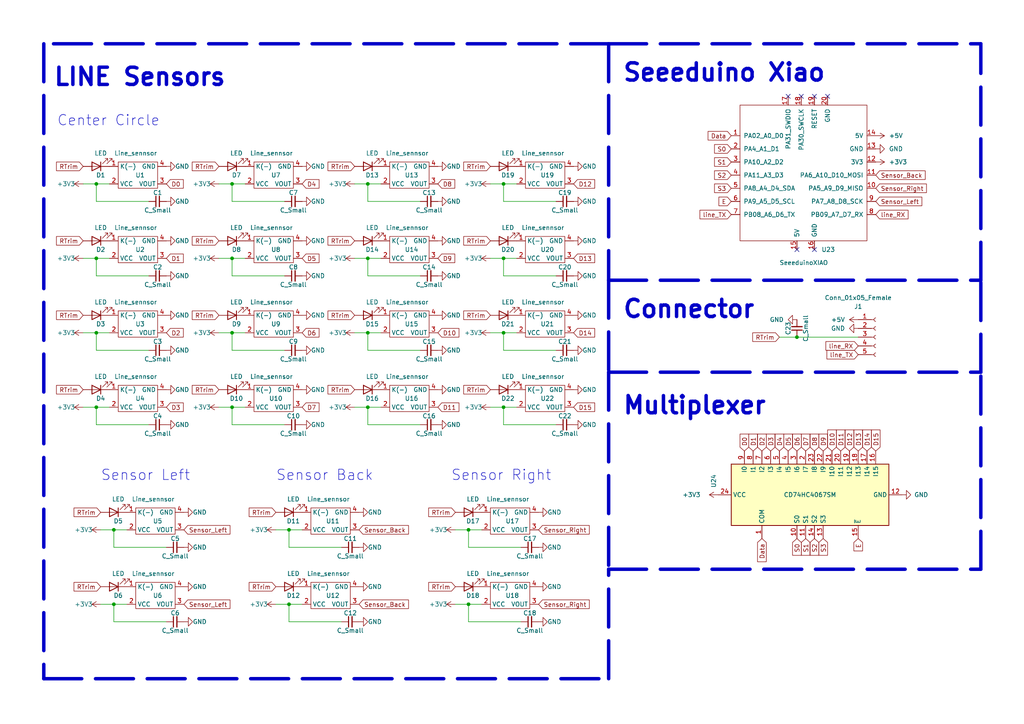
<source format=kicad_sch>
(kicad_sch (version 20211123) (generator eeschema)
  (paper "A4")
  (lib_symbols
    (symbol "74xx:CD74HC4067SM"
      (property "Reference" "U" (at -8.89 22.86 0))
      (property "Value" "CD74HC4067SM" (at 1.27 22.86 0))
      (symbol "CD74HC4067SM_0_1"
        (rectangle (start -8.89 21.59) (end 8.89 -24.13) (stroke (width 0.254)) (fill (type background)))
      )
      (symbol "CD74HC4067SM_1_1"
        (pin passive line (at -12.7 12.7 0) (length 3.81) (name "COM") (number "1"))
        (pin input line (at -12.7 2.54 0) (length 3.81) (name "S0") (number "10"))
        (pin input line (at -12.7 0 0) (length 3.81) (name "S1") (number "11"))
        (pin power_in line (at 0 -27.94 90) (length 3.81) (name "GND") (number "12"))
        (pin input line (at -12.7 -5.08 0) (length 3.81) (name "S3") (number "13"))
        (pin input line (at -12.7 -2.54 0) (length 3.81) (name "S2") (number "14"))
        (pin input line (at -12.7 -15.24 0) (length 3.81) (name "~{E}") (number "15"))
        (pin passive line (at 12.7 -20.32 180) (length 3.81) (name "I15") (number "16"))
        (pin passive line (at 12.7 -17.78 180) (length 3.81) (name "I14") (number "17"))
        (pin passive line (at 12.7 -15.24 180) (length 3.81) (name "I13") (number "18"))
        (pin passive line (at 12.7 -12.7 180) (length 3.81) (name "I12") (number "19"))
        (pin passive line (at 12.7 0 180) (length 3.81) (name "I7") (number "2"))
        (pin passive line (at 12.7 -10.16 180) (length 3.81) (name "I11") (number "20"))
        (pin passive line (at 12.7 -7.62 180) (length 3.81) (name "I10") (number "21"))
        (pin passive line (at 12.7 -5.08 180) (length 3.81) (name "I9") (number "22"))
        (pin passive line (at 12.7 -2.54 180) (length 3.81) (name "I8") (number "23"))
        (pin power_in line (at 0 25.4 270) (length 3.81) (name "VCC") (number "24"))
        (pin passive line (at 12.7 2.54 180) (length 3.81) (name "I6") (number "3"))
        (pin passive line (at 12.7 5.08 180) (length 3.81) (name "I5") (number "4"))
        (pin passive line (at 12.7 7.62 180) (length 3.81) (name "I4") (number "5"))
        (pin passive line (at 12.7 10.16 180) (length 3.81) (name "I3") (number "6"))
        (pin passive line (at 12.7 12.7 180) (length 3.81) (name "I2") (number "7"))
        (pin passive line (at 12.7 15.24 180) (length 3.81) (name "I1") (number "8"))
        (pin passive line (at 12.7 17.78 180) (length 3.81) (name "I0") (number "9"))
      )
    )
    (symbol "Connector:Conn_01x05_Female" (pin_names (offset 1.016) hide)
      (property "Reference" "J" (at 0 7.62 0))
      (property "Value" "Conn_01x05_Female" (at 0 -7.62 0))
      (symbol "Conn_01x05_Female_1_1"
        (arc (start 0 -4.572) (mid -0.508 -5.08) (end 0 -5.588) (stroke (width 0.1524)))
        (arc (start 0 -2.032) (mid -0.508 -2.54) (end 0 -3.048) (stroke (width 0.1524)))
        (polyline (pts (xy -1.27 -5.08) (xy -0.508 -5.08)) (stroke (width 0.1524)))
        (polyline (pts (xy -1.27 -2.54) (xy -0.508 -2.54)) (stroke (width 0.1524)))
        (polyline (pts (xy -1.27 0) (xy -0.508 0)) (stroke (width 0.1524)))
        (polyline (pts (xy -1.27 2.54) (xy -0.508 2.54)) (stroke (width 0.1524)))
        (polyline (pts (xy -1.27 5.08) (xy -0.508 5.08)) (stroke (width 0.1524)))
        (arc (start 0 0.508) (mid -0.508 0) (end 0 -0.508) (stroke (width 0.1524)))
        (arc (start 0 3.048) (mid -0.508 2.54) (end 0 2.032) (stroke (width 0.1524)))
        (arc (start 0 5.588) (mid -0.508 5.08) (end 0 4.572) (stroke (width 0.1524)))
        (pin passive line (at -5.08 5.08 0) (length 3.81) (name "Pin_1") (number "1"))
        (pin passive line (at -5.08 2.54 0) (length 3.81) (name "Pin_2") (number "2"))
        (pin passive line (at -5.08 0 0) (length 3.81) (name "Pin_3") (number "3"))
        (pin passive line (at -5.08 -2.54 0) (length 3.81) (name "Pin_4") (number "4"))
        (pin passive line (at -5.08 -5.08 0) (length 3.81) (name "Pin_5") (number "5"))
      )
    )
    (symbol "Device:C_Small" (pin_numbers hide) (pin_names (offset 0.254) hide)
      (property "Reference" "C" (at 0.254 1.778 0))
      (property "Value" "C_Small" (at 0.254 -2.032 0))
      (symbol "C_Small_0_1"
        (polyline (pts (xy -1.524 -0.508) (xy 1.524 -0.508)) (stroke (width 0.3302)))
        (polyline (pts (xy -1.524 0.508) (xy 1.524 0.508)) (stroke (width 0.3048)))
      )
      (symbol "C_Small_1_1"
        (pin passive line (at 0 2.54 270) (length 2.032) (name "~") (number "1"))
        (pin passive line (at 0 -2.54 90) (length 2.032) (name "~") (number "2"))
      )
    )
    (symbol "Device:LED" (pin_numbers hide) (pin_names (offset 1.016) hide)
      (property "Reference" "D" (at 0 2.54 0))
      (property "Value" "LED" (at 0 -2.54 0))
      (symbol "LED_0_1"
        (polyline (pts (xy -1.27 -1.27) (xy -1.27 1.27)) (stroke (width 0.254)))
        (polyline (pts (xy -1.27 0) (xy 1.27 0)))
        (polyline (pts (xy 1.27 -1.27) (xy 1.27 1.27) (xy -1.27 0) (xy 1.27 -1.27)) (stroke (width 0.254)))
        (polyline (pts (xy -3.048 -0.762) (xy -4.572 -2.286) (xy -3.81 -2.286) (xy -4.572 -2.286) (xy -4.572 -1.524)))
        (polyline (pts (xy -1.778 -0.762) (xy -3.302 -2.286) (xy -2.54 -2.286) (xy -3.302 -2.286) (xy -3.302 -1.524)))
      )
      (symbol "LED_1_1"
        (pin passive line (at -3.81 0 0) (length 2.54) (name "K") (number "1"))
        (pin passive line (at 3.81 0 180) (length 2.54) (name "A") (number "2"))
      )
    )
    (symbol "Line_Sensor:Line_sennsor"
      (property "Reference" "U" (at 0 1.27 0))
      (property "Value" "Line_sennsor" (at 0 0 0))
      (symbol "Line_sennsor_0_1"
        (rectangle (start -6.35 -1.27) (end 5.08 -8.89))
      )
      (symbol "Line_sennsor_1_1"
        (pin bidirectional line (at -8.89 -2.54 0) (length 2.54) (name "K(-)") (number "1"))
        (pin bidirectional line (at -8.89 -7.62 0) (length 2.54) (name "VCC") (number "2"))
        (pin bidirectional line (at 7.62 -7.62 180) (length 2.54) (name "VOUT") (number "3"))
        (pin bidirectional line (at 7.62 -2.54 180) (length 2.54) (name "GND") (number "4"))
      )
    )
    (symbol "Seeeduino XIAO:SeeeduinoXIAO" (pin_names (offset 1.016))
      (property "Reference" "U" (at -19.05 22.86 0))
      (property "Value" "SeeeduinoXIAO" (at -12.7 21.59 0))
      (symbol "SeeeduinoXIAO_0_1"
        (rectangle (start -19.05 20.32) (end 17.78 -19.05))
      )
      (symbol "SeeeduinoXIAO_1_1"
        (pin unspecified line (at -21.59 11.43 0) (length 2.54) (name "PA02_A0_D0") (number "1"))
        (pin unspecified line (at 20.32 -3.81 180) (length 2.54) (name "PA5_A9_D9_MISO") (number "10"))
        (pin unspecified line (at 20.32 0 180) (length 2.54) (name "PA6_A10_D10_MOSI") (number "11"))
        (pin unspecified line (at 20.32 3.81 180) (length 2.54) (name "3V3") (number "12"))
        (pin unspecified line (at 20.32 7.62 180) (length 2.54) (name "GND") (number "13"))
        (pin unspecified line (at 20.32 11.43 180) (length 2.54) (name "5V") (number "14"))
        (pin input line (at -2.54 -21.59 90) (length 2.54) (name "5V") (number "15"))
        (pin input line (at 2.54 -21.59 90) (length 2.54) (name "GND") (number "16"))
        (pin input line (at -5.08 22.86 270) (length 2.54) (name "PA31_SWDIO") (number "17"))
        (pin input line (at -1.27 22.86 270) (length 2.54) (name "PA30_SWCLK") (number "18"))
        (pin input line (at 2.54 22.86 270) (length 2.54) (name "RESET") (number "19"))
        (pin unspecified line (at -21.59 7.62 0) (length 2.54) (name "PA4_A1_D1") (number "2"))
        (pin input line (at 6.35 22.86 270) (length 2.54) (name "GND") (number "20"))
        (pin unspecified line (at -21.59 3.81 0) (length 2.54) (name "PA10_A2_D2") (number "3"))
        (pin unspecified line (at -21.59 0 0) (length 2.54) (name "PA11_A3_D3") (number "4"))
        (pin unspecified line (at -21.59 -3.81 0) (length 2.54) (name "PA8_A4_D4_SDA") (number "5"))
        (pin unspecified line (at -21.59 -7.62 0) (length 2.54) (name "PA9_A5_D5_SCL") (number "6"))
        (pin unspecified line (at -21.59 -11.43 0) (length 2.54) (name "PB08_A6_D6_TX") (number "7"))
        (pin unspecified line (at 20.32 -11.43 180) (length 2.54) (name "PB09_A7_D7_RX") (number "8"))
        (pin unspecified line (at 20.32 -7.62 180) (length 2.54) (name "PA7_A8_D8_SCK") (number "9"))
      )
    )
    (symbol "power:+3V3" (power) (pin_names (offset 0))
      (property "Value" "+3V3" (at 0 3.556 0))
      (symbol "+3V3_0_1"
        (polyline (pts (xy -0.762 1.27) (xy 0 2.54)))
        (polyline (pts (xy 0 0) (xy 0 2.54)))
        (polyline (pts (xy 0 2.54) (xy 0.762 1.27)))
      )
      (symbol "+3V3_1_1"
        (pin power_in line (at 0 0 90) (length 0) hide (name "+3V3") (number "1"))
      )
    )
    (symbol "power:+5V" (power) (pin_names (offset 0))
      (property "Value" "+5V" (at 0 3.556 0))
      (symbol "+5V_0_1"
        (polyline (pts (xy -0.762 1.27) (xy 0 2.54)))
        (polyline (pts (xy 0 0) (xy 0 2.54)))
        (polyline (pts (xy 0 2.54) (xy 0.762 1.27)))
      )
      (symbol "+5V_1_1"
        (pin power_in line (at 0 0 90) (length 0) hide (name "+5V") (number "1"))
      )
    )
    (symbol "power:GND" (power) (pin_names (offset 0))
      (property "Value" "GND" (at 0 -3.81 0))
      (symbol "GND_0_1"
        (polyline (pts (xy 0 0) (xy 0 -1.27) (xy 1.27 -1.27) (xy 0 -2.54) (xy -1.27 -1.27) (xy 0 -1.27)))
      )
      (symbol "GND_1_1"
        (pin power_in line (at 0 0 270) (length 0) hide (name "GND") (number "1"))
      )
    )
  )
  (junction (at 67.31 118.11))
  (junction (at 231.14 97.79))
  (junction (at 106.68 96.52))
  (junction (at 27.94 118.11))
  (junction (at 146.05 74.93))
  (junction (at 27.94 96.52))
  (junction (at 135.89 153.67))
  (junction (at 106.68 74.93))
  (junction (at 67.31 53.34))
  (junction (at 33.02 153.67))
  (junction (at 67.31 74.93))
  (junction (at 83.82 153.67))
  (junction (at 27.94 53.34))
  (junction (at 33.02 175.26))
  (junction (at 146.05 53.34))
  (junction (at 135.89 175.26))
  (junction (at 27.94 74.93))
  (junction (at 83.82 175.26))
  (junction (at 67.31 96.52))
  (junction (at 106.68 53.34))
  (junction (at 106.68 118.11))
  (junction (at 146.05 118.11))
  (junction (at 146.05 96.52))
  (no_connect (at 240.03 27.94))
  (no_connect (at 232.41 27.94))
  (no_connect (at 231.14 72.39))
  (no_connect (at 236.22 72.39))
  (no_connect (at 236.22 27.94))
  (no_connect (at 228.6 27.94))
  (wire (pts (xy 146.05 123.19) (xy 161.29 123.19)))
  (wire (pts (xy 67.31 53.34) (xy 67.31 58.42)))
  (wire (pts (xy 106.68 53.34) (xy 110.49 53.34)))
  (wire (pts (xy 106.68 118.11) (xy 110.49 118.11)))
  (polyline (pts (xy 176.53 12.7) (xy 176.53 81.28)) (stroke (width 1)))
  (wire (pts (xy 102.87 118.11) (xy 106.68 118.11)))
  (wire (pts (xy 24.13 74.93) (xy 27.94 74.93)))
  (wire (pts (xy 83.82 180.34) (xy 99.06 180.34)))
  (wire (pts (xy 106.68 58.42) (xy 121.92 58.42)))
  (wire (pts (xy 29.21 175.26) (xy 33.02 175.26)))
  (wire (pts (xy 67.31 123.19) (xy 82.55 123.19)))
  (wire (pts (xy 106.68 96.52) (xy 106.68 101.6)))
  (wire (pts (xy 142.24 74.93) (xy 146.05 74.93)))
  (wire (pts (xy 33.02 180.34) (xy 48.26 180.34)))
  (wire (pts (xy 27.94 74.93) (xy 27.94 80.01)))
  (polyline (pts (xy 12.7 196.85) (xy 176.53 196.85)) (stroke (width 1)))
  (wire (pts (xy 27.94 53.34) (xy 27.94 58.42)))
  (wire (pts (xy 80.01 153.67) (xy 83.82 153.67)))
  (wire (pts (xy 146.05 74.93) (xy 149.86 74.93)))
  (wire (pts (xy 226.06 97.79) (xy 231.14 97.79)))
  (wire (pts (xy 29.21 153.67) (xy 33.02 153.67)))
  (wire (pts (xy 146.05 53.34) (xy 149.86 53.34)))
  (wire (pts (xy 142.24 53.34) (xy 146.05 53.34)))
  (wire (pts (xy 27.94 118.11) (xy 31.75 118.11)))
  (wire (pts (xy 146.05 80.01) (xy 161.29 80.01)))
  (wire (pts (xy 83.82 175.26) (xy 87.63 175.26)))
  (wire (pts (xy 106.68 80.01) (xy 121.92 80.01)))
  (wire (pts (xy 24.13 96.52) (xy 27.94 96.52)))
  (wire (pts (xy 33.02 158.75) (xy 48.26 158.75)))
  (wire (pts (xy 135.89 175.26) (xy 139.7 175.26)))
  (polyline (pts (xy 176.53 165.1) (xy 284.48 165.1)) (stroke (width 1)))
  (wire (pts (xy 132.08 175.26) (xy 135.89 175.26)))
  (wire (pts (xy 24.13 118.11) (xy 27.94 118.11)))
  (wire (pts (xy 83.82 175.26) (xy 83.82 180.34)))
  (wire (pts (xy 67.31 74.93) (xy 71.12 74.93)))
  (wire (pts (xy 106.68 118.11) (xy 106.68 123.19)))
  (wire (pts (xy 146.05 96.52) (xy 149.86 96.52)))
  (wire (pts (xy 102.87 74.93) (xy 106.68 74.93)))
  (wire (pts (xy 67.31 53.34) (xy 71.12 53.34)))
  (wire (pts (xy 33.02 175.26) (xy 33.02 180.34)))
  (wire (pts (xy 146.05 118.11) (xy 146.05 123.19)))
  (wire (pts (xy 146.05 53.34) (xy 146.05 58.42)))
  (wire (pts (xy 27.94 123.19) (xy 43.18 123.19)))
  (wire (pts (xy 27.94 96.52) (xy 27.94 101.6)))
  (wire (pts (xy 142.24 96.52) (xy 146.05 96.52)))
  (wire (pts (xy 33.02 153.67) (xy 36.83 153.67)))
  (polyline (pts (xy 284.48 81.28) (xy 284.48 12.7)) (stroke (width 1)))
  (wire (pts (xy 67.31 74.93) (xy 67.31 80.01)))
  (wire (pts (xy 27.94 80.01) (xy 43.18 80.01)))
  (wire (pts (xy 106.68 74.93) (xy 110.49 74.93)))
  (wire (pts (xy 67.31 118.11) (xy 67.31 123.19)))
  (wire (pts (xy 135.89 175.26) (xy 135.89 180.34)))
  (polyline (pts (xy 176.53 196.85) (xy 176.53 165.1)) (stroke (width 1)))
  (wire (pts (xy 63.5 74.93) (xy 67.31 74.93)))
  (wire (pts (xy 146.05 58.42) (xy 161.29 58.42)))
  (wire (pts (xy 83.82 153.67) (xy 83.82 158.75)))
  (wire (pts (xy 106.68 101.6) (xy 121.92 101.6)))
  (wire (pts (xy 27.94 101.6) (xy 43.18 101.6)))
  (wire (pts (xy 146.05 96.52) (xy 146.05 101.6)))
  (polyline (pts (xy 176.53 12.7) (xy 284.48 12.7)) (stroke (width 1)))
  (wire (pts (xy 63.5 96.52) (xy 67.31 96.52)))
  (wire (pts (xy 135.89 153.67) (xy 139.7 153.67)))
  (wire (pts (xy 106.68 123.19) (xy 121.92 123.19)))
  (wire (pts (xy 146.05 101.6) (xy 161.29 101.6)))
  (wire (pts (xy 67.31 118.11) (xy 71.12 118.11)))
  (polyline (pts (xy 284.48 107.95) (xy 284.48 81.28)) (stroke (width 1)))
  (wire (pts (xy 27.94 53.34) (xy 31.75 53.34)))
  (wire (pts (xy 27.94 58.42) (xy 43.18 58.42)))
  (wire (pts (xy 231.14 97.79) (xy 248.92 97.79)))
  (wire (pts (xy 63.5 118.11) (xy 67.31 118.11)))
  (wire (pts (xy 132.08 153.67) (xy 135.89 153.67)))
  (polyline (pts (xy 284.48 165.1) (xy 284.48 107.95)) (stroke (width 1)))
  (wire (pts (xy 146.05 118.11) (xy 149.86 118.11)))
  (wire (pts (xy 83.82 158.75) (xy 99.06 158.75)))
  (wire (pts (xy 106.68 74.93) (xy 106.68 80.01)))
  (wire (pts (xy 135.89 180.34) (xy 151.13 180.34)))
  (wire (pts (xy 102.87 96.52) (xy 106.68 96.52)))
  (polyline (pts (xy 176.53 81.28) (xy 284.48 81.28)) (stroke (width 1)))
  (wire (pts (xy 27.94 118.11) (xy 27.94 123.19)))
  (polyline (pts (xy 176.53 107.95) (xy 284.48 107.95)) (stroke (width 1)))
  (wire (pts (xy 33.02 153.67) (xy 33.02 158.75)))
  (wire (pts (xy 67.31 101.6) (xy 82.55 101.6)))
  (wire (pts (xy 24.13 53.34) (xy 27.94 53.34)))
  (wire (pts (xy 27.94 96.52) (xy 31.75 96.52)))
  (wire (pts (xy 146.05 74.93) (xy 146.05 80.01)))
  (wire (pts (xy 102.87 53.34) (xy 106.68 53.34)))
  (wire (pts (xy 67.31 80.01) (xy 82.55 80.01)))
  (polyline (pts (xy 12.7 12.7) (xy 12.7 196.85)) (stroke (width 1)))
  (wire (pts (xy 27.94 74.93) (xy 31.75 74.93)))
  (wire (pts (xy 80.01 175.26) (xy 83.82 175.26)))
  (polyline (pts (xy 176.53 81.28) (xy 176.53 107.95)) (stroke (width 1)))
  (wire (pts (xy 67.31 58.42) (xy 82.55 58.42)))
  (wire (pts (xy 63.5 53.34) (xy 67.31 53.34)))
  (wire (pts (xy 142.24 118.11) (xy 146.05 118.11)))
  (polyline (pts (xy 176.53 107.95) (xy 176.53 165.1)) (stroke (width 1)))
  (wire (pts (xy 33.02 175.26) (xy 36.83 175.26)))
  (wire (pts (xy 67.31 96.52) (xy 71.12 96.52)))
  (wire (pts (xy 67.31 96.52) (xy 67.31 101.6)))
  (wire (pts (xy 106.68 53.34) (xy 106.68 58.42)))
  (polyline (pts (xy 176.53 12.7) (xy 12.7 12.7)) (stroke (width 1)))
  (wire (pts (xy 83.82 153.67) (xy 87.63 153.67)))
  (wire (pts (xy 135.89 153.67) (xy 135.89 158.75)))
  (wire (pts (xy 135.89 158.75) (xy 151.13 158.75)))
  (wire (pts (xy 106.68 96.52) (xy 110.49 96.52)))
  (text "Sensor Right" (at 130.81 139.7 0) (effects (font (size 3 3)) (justify left bottom)))
  (text "LINE Sensors" (at 15.24 25.4 0) (effects (font (size 5 5) (thickness 1) bold) (justify left bottom)))
  (text "Center Circle" (at 16.51 36.83 0) (effects (font (size 3 3)) (justify left bottom)))
  (text "Sensor Left" (at 29.21 139.7 0) (effects (font (size 3 3)) (justify left bottom)))
  (text "Sensor Back\n" (at 80.01 139.7 0) (effects (font (size 3 3)) (justify left bottom)))
  (text "Seeeduino Xiao" (at 180.34 24.13 0) (effects (font (size 5 5) (thickness 1) bold) (justify left bottom)))
  (text "Connector" (at 180.34 92.71 0) (effects (font (size 5 5) (thickness 1) bold) (justify left bottom)))
  (text "Multiplexer" (at 180.34 120.65 0) (effects (font (size 5 5) (thickness 1) bold) (justify left bottom)))
  (global_label "RTrim" (shape input) (at 63.5 48.26 180) (property "Intersheet References" "${INTERSHEET_REFS}" (effects hide)))
  (global_label "D15" (shape input) (at 254 130.81 90) (property "Intersheet References" "${INTERSHEET_REFS}" (effects hide)))
  (global_label "Sensor_Left" (shape input) (at 53.34 153.67 0) (property "Intersheet References" "${INTERSHEET_REFS}" (effects hide)))
  (global_label "D9" (shape input) (at 127 74.93 0) (property "Intersheet References" "${INTERSHEET_REFS}" (effects hide)))
  (global_label "E" (shape input) (at 212.09 58.42 180) (property "Intersheet References" "${INTERSHEET_REFS}" (effects hide)))
  (global_label "RTrim" (shape input) (at 24.13 113.03 180) (property "Intersheet References" "${INTERSHEET_REFS}" (effects hide)))
  (global_label "D3" (shape input) (at 223.52 130.81 90) (property "Intersheet References" "${INTERSHEET_REFS}" (effects hide)))
  (global_label "RTrim" (shape input) (at 142.24 113.03 180) (property "Intersheet References" "${INTERSHEET_REFS}" (effects hide)))
  (global_label "RTrim" (shape input) (at 29.21 148.59 180) (property "Intersheet References" "${INTERSHEET_REFS}" (effects hide)))
  (global_label "RTrim" (shape input) (at 63.5 113.03 180) (property "Intersheet References" "${INTERSHEET_REFS}" (effects hide)))
  (global_label "Sensor_Back" (shape input) (at 104.14 153.67 0) (property "Intersheet References" "${INTERSHEET_REFS}" (effects hide)))
  (global_label "RTrim" (shape input) (at 29.21 170.18 180) (property "Intersheet References" "${INTERSHEET_REFS}" (effects hide)))
  (global_label "S3" (shape input) (at 238.76 156.21 270) (property "Intersheet References" "${INTERSHEET_REFS}" (effects hide)))
  (global_label "line_RX" (shape input) (at 254 62.23 0) (property "Intersheet References" "${INTERSHEET_REFS}" (effects hide)))
  (global_label "RTrim" (shape input) (at 80.01 148.59 180) (property "Intersheet References" "${INTERSHEET_REFS}" (effects hide)))
  (global_label "Sensor_Right" (shape input) (at 156.21 153.67 0) (property "Intersheet References" "${INTERSHEET_REFS}" (effects hide)))
  (global_label "D4" (shape input) (at 87.63 53.34 0) (property "Intersheet References" "${INTERSHEET_REFS}" (effects hide)))
  (global_label "S0" (shape input) (at 212.09 43.18 180) (property "Intersheet References" "${INTERSHEET_REFS}" (effects hide)))
  (global_label "D1" (shape input) (at 48.26 74.93 0) (property "Intersheet References" "${INTERSHEET_REFS}" (effects hide)))
  (global_label "D2" (shape input) (at 220.98 130.81 90) (property "Intersheet References" "${INTERSHEET_REFS}" (effects hide)))
  (global_label "line_RX" (shape input) (at 248.92 100.33 180) (property "Intersheet References" "${INTERSHEET_REFS}" (effects hide)))
  (global_label "D14" (shape input) (at 166.37 96.52 0) (property "Intersheet References" "${INTERSHEET_REFS}" (effects hide)))
  (global_label "RTrim" (shape input) (at 80.01 170.18 180) (property "Intersheet References" "${INTERSHEET_REFS}" (effects hide)))
  (global_label "D5" (shape input) (at 87.63 74.93 0) (property "Intersheet References" "${INTERSHEET_REFS}" (effects hide)))
  (global_label "D5" (shape input) (at 228.6 130.81 90) (property "Intersheet References" "${INTERSHEET_REFS}" (effects hide)))
  (global_label "S3" (shape input) (at 212.09 54.61 180) (property "Intersheet References" "${INTERSHEET_REFS}" (effects hide)))
  (global_label "RTrim" (shape input) (at 142.24 69.85 180) (property "Intersheet References" "${INTERSHEET_REFS}" (effects hide)))
  (global_label "D0" (shape input) (at 215.9 130.81 90) (property "Intersheet References" "${INTERSHEET_REFS}" (effects hide)))
  (global_label "Sensor_Left" (shape input) (at 53.34 175.26 0) (property "Intersheet References" "${INTERSHEET_REFS}" (effects hide)))
  (global_label "RTrim" (shape input) (at 102.87 69.85 180) (property "Intersheet References" "${INTERSHEET_REFS}" (effects hide)))
  (global_label "RTrim" (shape input) (at 63.5 91.44 180) (property "Intersheet References" "${INTERSHEET_REFS}" (effects hide)))
  (global_label "D11" (shape input) (at 127 118.11 0) (property "Intersheet References" "${INTERSHEET_REFS}" (effects hide)))
  (global_label "Sensor_Left" (shape input) (at 254 58.42 0) (property "Intersheet References" "${INTERSHEET_REFS}" (effects hide)))
  (global_label "Data" (shape input) (at 212.09 39.37 180) (property "Intersheet References" "${INTERSHEET_REFS}" (effects hide)))
  (global_label "D12" (shape input) (at 166.37 53.34 0) (property "Intersheet References" "${INTERSHEET_REFS}" (effects hide)))
  (global_label "RTrim" (shape input) (at 132.08 170.18 180) (property "Intersheet References" "${INTERSHEET_REFS}" (effects hide)))
  (global_label "RTrim" (shape input) (at 24.13 69.85 180) (property "Intersheet References" "${INTERSHEET_REFS}" (effects hide)))
  (global_label "D12" (shape input) (at 246.38 130.81 90) (property "Intersheet References" "${INTERSHEET_REFS}" (effects hide)))
  (global_label "line_TX" (shape input) (at 212.09 62.23 180) (property "Intersheet References" "${INTERSHEET_REFS}" (effects hide)))
  (global_label "Sensor_Back" (shape input) (at 254 50.8 0) (property "Intersheet References" "${INTERSHEET_REFS}" (effects hide)))
  (global_label "D4" (shape input) (at 226.06 130.81 90) (property "Intersheet References" "${INTERSHEET_REFS}" (effects hide)))
  (global_label "RTrim" (shape input) (at 24.13 91.44 180) (property "Intersheet References" "${INTERSHEET_REFS}" (effects hide)))
  (global_label "D6" (shape input) (at 231.14 130.81 90) (property "Intersheet References" "${INTERSHEET_REFS}" (effects hide)))
  (global_label "E" (shape input) (at 248.92 156.21 270) (property "Intersheet References" "${INTERSHEET_REFS}" (effects hide)))
  (global_label "D0" (shape input) (at 48.26 53.34 0) (property "Intersheet References" "${INTERSHEET_REFS}" (effects hide)))
  (global_label "Sensor_Right" (shape input) (at 156.21 175.26 0) (property "Intersheet References" "${INTERSHEET_REFS}" (effects hide)))
  (global_label "D6" (shape input) (at 87.63 96.52 0) (property "Intersheet References" "${INTERSHEET_REFS}" (effects hide)))
  (global_label "D13" (shape input) (at 248.92 130.81 90) (property "Intersheet References" "${INTERSHEET_REFS}" (effects hide)))
  (global_label "D10" (shape input) (at 241.3 130.81 90) (property "Intersheet References" "${INTERSHEET_REFS}" (effects hide)))
  (global_label "RTrim" (shape input) (at 132.08 148.59 180) (property "Intersheet References" "${INTERSHEET_REFS}" (effects hide)))
  (global_label "RTrim" (shape input) (at 102.87 91.44 180) (property "Intersheet References" "${INTERSHEET_REFS}" (effects hide)))
  (global_label "D7" (shape input) (at 87.63 118.11 0) (property "Intersheet References" "${INTERSHEET_REFS}" (effects hide)))
  (global_label "Sensor_Right" (shape input) (at 254 54.61 0) (property "Intersheet References" "${INTERSHEET_REFS}" (effects hide)))
  (global_label "RTrim" (shape input) (at 142.24 91.44 180) (property "Intersheet References" "${INTERSHEET_REFS}" (effects hide)))
  (global_label "D3" (shape input) (at 48.26 118.11 0) (property "Intersheet References" "${INTERSHEET_REFS}" (effects hide)))
  (global_label "D8" (shape input) (at 236.22 130.81 90) (property "Intersheet References" "${INTERSHEET_REFS}" (effects hide)))
  (global_label "D7" (shape input) (at 233.68 130.81 90) (property "Intersheet References" "${INTERSHEET_REFS}" (effects hide)))
  (global_label "D2" (shape input) (at 48.26 96.52 0) (property "Intersheet References" "${INTERSHEET_REFS}" (effects hide)))
  (global_label "D13" (shape input) (at 166.37 74.93 0) (property "Intersheet References" "${INTERSHEET_REFS}" (effects hide)))
  (global_label "RTrim" (shape input) (at 102.87 113.03 180) (property "Intersheet References" "${INTERSHEET_REFS}" (effects hide)))
  (global_label "S0" (shape input) (at 231.14 156.21 270) (property "Intersheet References" "${INTERSHEET_REFS}" (effects hide)))
  (global_label "D10" (shape input) (at 127 96.52 0) (property "Intersheet References" "${INTERSHEET_REFS}" (effects hide)))
  (global_label "S2" (shape input) (at 236.22 156.21 270) (property "Intersheet References" "${INTERSHEET_REFS}" (effects hide)))
  (global_label "S1" (shape input) (at 212.09 46.99 180) (property "Intersheet References" "${INTERSHEET_REFS}" (effects hide)))
  (global_label "RTrim" (shape input) (at 102.87 48.26 180) (property "Intersheet References" "${INTERSHEET_REFS}" (effects hide)))
  (global_label "D1" (shape input) (at 218.44 130.81 90) (property "Intersheet References" "${INTERSHEET_REFS}" (effects hide)))
  (global_label "Data" (shape input) (at 220.98 156.21 270) (property "Intersheet References" "${INTERSHEET_REFS}" (effects hide)))
  (global_label "RTrim" (shape input) (at 63.5 69.85 180) (property "Intersheet References" "${INTERSHEET_REFS}" (effects hide)))
  (global_label "line_TX" (shape input) (at 248.92 102.87 180) (property "Intersheet References" "${INTERSHEET_REFS}" (effects hide)))
  (global_label "D11" (shape input) (at 243.84 130.81 90) (property "Intersheet References" "${INTERSHEET_REFS}" (effects hide)))
  (global_label "Sensor_Back" (shape input) (at 104.14 175.26 0) (property "Intersheet References" "${INTERSHEET_REFS}" (effects hide)))
  (global_label "RTrim" (shape input) (at 142.24 48.26 180) (property "Intersheet References" "${INTERSHEET_REFS}" (effects hide)))
  (global_label "S2" (shape input) (at 212.09 50.8 180) (property "Intersheet References" "${INTERSHEET_REFS}" (effects hide)))
  (global_label "RTrim" (shape input) (at 226.06 97.79 180) (property "Intersheet References" "${INTERSHEET_REFS}" (effects hide)))
  (global_label "S1" (shape input) (at 233.68 156.21 270) (property "Intersheet References" "${INTERSHEET_REFS}" (effects hide)))
  (global_label "D9" (shape input) (at 238.76 130.81 90) (property "Intersheet References" "${INTERSHEET_REFS}" (effects hide)))
  (global_label "D15" (shape input) (at 166.37 118.11 0) (property "Intersheet References" "${INTERSHEET_REFS}" (effects hide)))
  (global_label "RTrim" (shape input) (at 24.13 48.26 180) (property "Intersheet References" "${INTERSHEET_REFS}" (effects hide)))
  (global_label "D14" (shape input) (at 251.46 130.81 90) (property "Intersheet References" "${INTERSHEET_REFS}" (effects hide)))
  (global_label "D8" (shape input) (at 127 53.34 0) (property "Intersheet References" "${INTERSHEET_REFS}" (effects hide)))
  (symbol (lib_id "power:GND") (at 156.21 158.75 90) (unit 1)
    (property "Reference" "#PWR0118" (effects hide))
    (property "Value" "GND" (at 158.75 158.75 90) (effects (justify right)))
  )
  (symbol (lib_id "Line_Sensor:Line_sennsor") (at 40.64 45.72 0) (unit 1)
    (property "Reference" "U1" (at 40.64 50.8 0))
    (property "Value" "Line_sennsor" (at 39.37 44.45 0))
    (property "Footprint" "Line_Sensor:Line_Sensor_SMD" (effects hide))
  )
  (symbol (lib_id "Line_Sensor:Line_sennsor") (at 40.64 88.9 0) (unit 1)
    (property "Reference" "U3" (at 40.64 93.98 0))
    (property "Value" "Line_sennsor" (at 39.37 87.63 0))
    (property "Footprint" "Line_Sensor:Line_Sensor_SMD" (effects hide))
  )
  (symbol (lib_id "power:GND") (at 261.62 143.51 90) (unit 1)
    (property "Reference" "#PWR0173" (effects hide))
    (property "Value" "GND" (at 269.24 143.51 90) (effects (justify left)))
  )
  (symbol (lib_id "power:GND") (at 53.34 148.59 90) (unit 1)
    (property "Reference" "#PWR0131" (effects hide))
    (property "Value" "GND" (at 55.88 148.59 90) (effects (justify right)))
  )
  (symbol (lib_id "power:GND") (at 48.26 80.01 90) (unit 1)
    (property "Reference" "#PWR0104" (effects hide))
    (property "Value" "GND" (at 50.8 80.01 90) (effects (justify right)))
  )
  (symbol (lib_id "Line_Sensor:Line_sennsor") (at 96.52 146.05 0) (unit 1)
    (property "Reference" "U11" (at 96.52 151.13 0))
    (property "Value" "Line_sennsor" (at 95.25 144.78 0))
    (property "Footprint" "Line_Sensor:Line_Sensor_SMD" (effects hide))
  )
  (symbol (lib_id "Device:LED") (at 146.05 48.26 180) (unit 1)
    (property "Reference" "D19" (at 147.32 50.8 0))
    (property "Value" "LED" (at 147.32 44.45 0))
    (property "Footprint" "LED_THT:LED_D3.0mm" (effects hide))
  )
  (symbol (lib_id "Device:C_Small") (at 124.46 58.42 90) (unit 1)
    (property "Reference" "C13" (at 124.46 55.88 90))
    (property "Value" "C_Small" (at 124.46 60.96 90))
    (property "Footprint" "Capacitor_THT:C_Disc_D3.4mm_W2.1mm_P2.50mm" (effects hide))
  )
  (symbol (lib_id "power:GND") (at 87.63 69.85 90) (unit 1)
    (property "Reference" "#PWR0140" (effects hide))
    (property "Value" "GND" (at 90.17 69.85 90) (effects (justify right)))
  )
  (symbol (lib_id "power:+3V3") (at 132.08 153.67 90) (unit 1)
    (property "Reference" "#PWR0113" (effects hide))
    (property "Value" "+3V3" (at 124.46 153.67 90) (effects (justify right)))
  )
  (symbol (lib_id "Device:LED") (at 67.31 113.03 180) (unit 1)
    (property "Reference" "D10" (at 68.58 115.57 0))
    (property "Value" "LED" (at 68.58 109.22 0))
    (property "Footprint" "LED_THT:LED_D3.0mm" (effects hide))
  )
  (symbol (lib_id "power:+3V3") (at 24.13 96.52 90) (unit 1)
    (property "Reference" "#PWR0101" (effects hide))
    (property "Value" "+3V3" (at 16.51 96.52 90) (effects (justify right)))
  )
  (symbol (lib_id "Device:C_Small") (at 163.83 123.19 90) (unit 1)
    (property "Reference" "C22" (at 163.83 120.65 90))
    (property "Value" "C_Small" (at 163.83 125.73 90))
    (property "Footprint" "Capacitor_THT:C_Disc_D3.4mm_W2.1mm_P2.50mm" (effects hide))
  )
  (symbol (lib_id "power:+3V3") (at 80.01 153.67 90) (unit 1)
    (property "Reference" "#PWR0126" (effects hide))
    (property "Value" "+3V3" (at 72.39 153.67 90) (effects (justify right)))
  )
  (symbol (lib_id "power:GND") (at 87.63 123.19 90) (unit 1)
    (property "Reference" "#PWR0125" (effects hide))
    (property "Value" "GND" (at 90.17 123.19 90) (effects (justify right)))
  )
  (symbol (lib_id "power:GND") (at 166.37 80.01 90) (unit 1)
    (property "Reference" "#PWR0156" (effects hide))
    (property "Value" "GND" (at 168.91 80.01 90) (effects (justify right)))
  )
  (symbol (lib_id "power:GND") (at 127 91.44 90) (unit 1)
    (property "Reference" "#PWR0149" (effects hide))
    (property "Value" "GND" (at 129.54 91.44 90) (effects (justify right)))
  )
  (symbol (lib_id "power:GND") (at 48.26 113.03 90) (unit 1)
    (property "Reference" "#PWR0121" (effects hide))
    (property "Value" "GND" (at 50.8 113.03 90) (effects (justify right)))
  )
  (symbol (lib_id "power:+3V3") (at 63.5 74.93 90) (unit 1)
    (property "Reference" "#PWR0107" (effects hide))
    (property "Value" "+3V3" (at 55.88 74.93 90) (effects (justify right)))
  )
  (symbol (lib_id "power:GND") (at 53.34 170.18 90) (unit 1)
    (property "Reference" "#PWR0128" (effects hide))
    (property "Value" "GND" (at 55.88 170.18 90) (effects (justify right)))
  )
  (symbol (lib_id "power:GND") (at 87.63 80.01 90) (unit 1)
    (property "Reference" "#PWR0141" (effects hide))
    (property "Value" "GND" (at 90.17 80.01 90) (effects (justify right)))
  )
  (symbol (lib_id "power:GND") (at 127 80.01 90) (unit 1)
    (property "Reference" "#PWR0151" (effects hide))
    (property "Value" "GND" (at 129.54 80.01 90) (effects (justify right)))
  )
  (symbol (lib_id "Line_Sensor:Line_sennsor") (at 80.01 88.9 0) (unit 1)
    (property "Reference" "U9" (at 80.01 93.98 0))
    (property "Value" "Line_sennsor" (at 78.74 87.63 0))
    (property "Footprint" "Line_Sensor:Line_Sensor_SMD" (effects hide))
  )
  (symbol (lib_id "Device:LED") (at 135.89 148.59 180) (unit 1)
    (property "Reference" "D17" (at 137.16 151.13 0))
    (property "Value" "LED" (at 137.16 144.78 0))
    (property "Footprint" "LED_THT:LED_D3.0mm" (effects hide))
  )
  (symbol (lib_id "power:+3V3") (at 254 46.99 270) (unit 1)
    (property "Reference" "#PWR0169" (effects hide))
    (property "Value" "+3V3" (at 257.81 46.9899 90) (effects (justify left)))
  )
  (symbol (lib_id "power:GND") (at 248.92 95.25 270) (unit 1)
    (property "Reference" "#PWR0172" (effects hide))
    (property "Value" "GND" (at 245.11 95.2501 90) (effects (justify right)))
  )
  (symbol (lib_id "Device:LED") (at 33.02 148.59 180) (unit 1)
    (property "Reference" "D5" (at 34.29 151.13 0))
    (property "Value" "LED" (at 34.29 144.78 0))
    (property "Footprint" "LED_THT:LED_D3.0mm" (effects hide))
  )
  (symbol (lib_id "Device:LED") (at 146.05 69.85 180) (unit 1)
    (property "Reference" "D20" (at 147.32 72.39 0))
    (property "Value" "LED" (at 147.32 66.04 0))
    (property "Footprint" "LED_THT:LED_D3.0mm" (effects hide))
  )
  (symbol (lib_id "power:GND") (at 166.37 101.6 90) (unit 1)
    (property "Reference" "#PWR0154" (effects hide))
    (property "Value" "GND" (at 168.91 101.6 90) (effects (justify right)))
  )
  (symbol (lib_id "Line_Sensor:Line_sennsor") (at 119.38 45.72 0) (unit 1)
    (property "Reference" "U13" (at 119.38 50.8 0))
    (property "Value" "Line_sennsor" (at 118.11 44.45 0))
    (property "Footprint" "Line_Sensor:Line_Sensor_SMD" (effects hide))
  )
  (symbol (lib_id "Device:C_Small") (at 85.09 80.01 90) (unit 1)
    (property "Reference" "C8" (at 85.09 77.47 90))
    (property "Value" "C_Small" (at 85.09 82.55 90))
    (property "Footprint" "Capacitor_THT:C_Disc_D3.4mm_W2.1mm_P2.50mm" (effects hide))
  )
  (symbol (lib_id "Line_Sensor:Line_sennsor") (at 119.38 88.9 0) (unit 1)
    (property "Reference" "U15" (at 119.38 93.98 0))
    (property "Value" "Line_sennsor" (at 118.11 87.63 0))
    (property "Footprint" "Line_Sensor:Line_Sensor_SMD" (effects hide))
  )
  (symbol (lib_id "power:GND") (at 48.26 91.44 90) (unit 1)
    (property "Reference" "#PWR0105" (effects hide))
    (property "Value" "GND" (at 50.8 91.44 90) (effects (justify right)))
  )
  (symbol (lib_id "Seeeduino XIAO:SeeeduinoXIAO") (at 233.68 50.8 0) (unit 1)
    (property "Reference" "U23" (at 238.2394 72.39 0) (effects (justify left)))
    (property "Value" "SeeeduinoXIAO" (at 226.06 76.2 0) (effects (justify left)))
    (property "Footprint" "Seeeduino_Xiao:seeeduinoXIAO" (effects hide))
  )
  (symbol (lib_id "power:+3V3") (at 142.24 74.93 90) (unit 1)
    (property "Reference" "#PWR0155" (effects hide))
    (property "Value" "+3V3" (at 134.62 74.93 90) (effects (justify right)))
  )
  (symbol (lib_id "power:+3V3") (at 142.24 53.34 90) (unit 1)
    (property "Reference" "#PWR0160" (effects hide))
    (property "Value" "+3V3" (at 134.62 53.34 90) (effects (justify right)))
  )
  (symbol (lib_id "power:+3V3") (at 63.5 53.34 90) (unit 1)
    (property "Reference" "#PWR0163" (effects hide))
    (property "Value" "+3V3" (at 55.88 53.34 90) (effects (justify right)))
  )
  (symbol (lib_id "Device:LED") (at 33.02 170.18 180) (unit 1)
    (property "Reference" "D6" (at 34.29 172.72 0))
    (property "Value" "LED" (at 34.29 166.37 0))
    (property "Footprint" "LED_THT:LED_D3.0mm" (effects hide))
  )
  (symbol (lib_id "power:+3V3") (at 29.21 175.26 90) (unit 1)
    (property "Reference" "#PWR0133" (effects hide))
    (property "Value" "+3V3" (at 21.59 175.26 90) (effects (justify right)))
  )
  (symbol (lib_id "Device:C_Small") (at 50.8 180.34 90) (unit 1)
    (property "Reference" "C6" (at 50.8 177.8 90))
    (property "Value" "C_Small" (at 50.8 182.88 90))
    (property "Footprint" "Capacitor_THT:C_Disc_D3.4mm_W2.1mm_P2.50mm" (effects hide))
  )
  (symbol (lib_id "power:+3V3") (at 102.87 96.52 90) (unit 1)
    (property "Reference" "#PWR0136" (effects hide))
    (property "Value" "+3V3" (at 95.25 96.52 90) (effects (justify right)))
  )
  (symbol (lib_id "Line_Sensor:Line_sennsor") (at 158.75 110.49 0) (unit 1)
    (property "Reference" "U22" (at 158.75 115.57 0))
    (property "Value" "Line_sennsor" (at 157.48 109.22 0))
    (property "Footprint" "Line_Sensor:Line_Sensor_SMD" (effects hide))
  )
  (symbol (lib_id "Line_Sensor:Line_sennsor") (at 148.59 167.64 0) (unit 1)
    (property "Reference" "U18" (at 148.59 172.72 0))
    (property "Value" "Line_sennsor" (at 147.32 166.37 0))
    (property "Footprint" "Line_Sensor:Line_Sensor_SMD" (effects hide))
  )
  (symbol (lib_id "Device:C_Small") (at 45.72 80.01 90) (unit 1)
    (property "Reference" "C2" (at 45.72 77.47 90))
    (property "Value" "C_Small" (at 45.72 82.55 90))
    (property "Footprint" "Capacitor_THT:C_Disc_D3.4mm_W2.1mm_P2.50mm" (effects hide))
  )
  (symbol (lib_id "power:GND") (at 166.37 58.42 90) (unit 1)
    (property "Reference" "#PWR0161" (effects hide))
    (property "Value" "GND" (at 168.91 58.42 90) (effects (justify right)))
  )
  (symbol (lib_id "Device:LED") (at 135.89 170.18 180) (unit 1)
    (property "Reference" "D18" (at 137.16 172.72 0))
    (property "Value" "LED" (at 137.16 166.37 0))
    (property "Footprint" "LED_THT:LED_D3.0mm" (effects hide))
  )
  (symbol (lib_id "74xx:CD74HC4067SM") (at 233.68 143.51 90) (unit 1)
    (property "Reference" "U24" (at 207.01 141.4906 0) (effects (justify left)))
    (property "Value" "CD74HC4067SM" (at 242.57 143.51 90) (effects (justify left)))
    (property "Footprint" "Package_SO:SSOP-24_5.3x8.2mm_P0.65mm" (effects hide))
    (property "Datasheet" "http://www.ti.com/lit/ds/symlink/cd74hc4067.pdf" (effects hide))
    (property "LCSC" "C98457" (effects hide))
  )
  (symbol (lib_id "power:GND") (at 156.21 148.59 90) (unit 1)
    (property "Reference" "#PWR0119" (effects hide))
    (property "Value" "GND" (at 158.75 148.59 90) (effects (justify right)))
  )
  (symbol (lib_id "power:GND") (at 127 69.85 90) (unit 1)
    (property "Reference" "#PWR0150" (effects hide))
    (property "Value" "GND" (at 129.54 69.85 90) (effects (justify right)))
  )
  (symbol (lib_id "Device:LED") (at 27.94 69.85 180) (unit 1)
    (property "Reference" "D2" (at 29.21 72.39 0))
    (property "Value" "LED" (at 29.21 66.04 0))
    (property "Footprint" "LED_THT:LED_D3.0mm" (effects hide))
  )
  (symbol (lib_id "Device:C_Small") (at 45.72 58.42 90) (unit 1)
    (property "Reference" "C1" (at 45.72 55.88 90))
    (property "Value" "C_Small" (at 45.72 60.96 90))
    (property "Footprint" "Capacitor_THT:C_Disc_D3.4mm_W2.1mm_P2.50mm" (effects hide))
  )
  (symbol (lib_id "Line_Sensor:Line_sennsor") (at 158.75 45.72 0) (unit 1)
    (property "Reference" "U19" (at 158.75 50.8 0))
    (property "Value" "Line_sennsor" (at 157.48 44.45 0))
    (property "Footprint" "Line_Sensor:Line_Sensor_SMD" (effects hide))
  )
  (symbol (lib_id "Device:LED") (at 27.94 48.26 180) (unit 1)
    (property "Reference" "D1" (at 29.21 50.8 0))
    (property "Value" "LED" (at 29.21 44.45 0))
    (property "Footprint" "LED_THT:LED_D3.0mm" (effects hide))
  )
  (symbol (lib_id "power:+3V3") (at 24.13 118.11 90) (unit 1)
    (property "Reference" "#PWR0124" (effects hide))
    (property "Value" "+3V3" (at 16.51 118.11 90) (effects (justify right)))
  )
  (symbol (lib_id "power:GND") (at 87.63 101.6 90) (unit 1)
    (property "Reference" "#PWR0139" (effects hide))
    (property "Value" "GND" (at 90.17 101.6 90) (effects (justify right)))
  )
  (symbol (lib_id "power:GND") (at 254 43.18 90) (unit 1)
    (property "Reference" "#PWR0170" (effects hide))
    (property "Value" "GND" (at 257.81 43.1799 90) (effects (justify right)))
  )
  (symbol (lib_id "power:GND") (at 104.14 170.18 90) (unit 1)
    (property "Reference" "#PWR0117" (effects hide))
    (property "Value" "GND" (at 106.68 170.18 90) (effects (justify right)))
  )
  (symbol (lib_id "power:GND") (at 166.37 123.19 90) (unit 1)
    (property "Reference" "#PWR0120" (effects hide))
    (property "Value" "GND" (at 168.91 123.19 90) (effects (justify right)))
  )
  (symbol (lib_id "Device:C_Small") (at 85.09 123.19 90) (unit 1)
    (property "Reference" "C10" (at 85.09 120.65 90))
    (property "Value" "C_Small" (at 85.09 125.73 90))
    (property "Footprint" "Capacitor_THT:C_Disc_D3.4mm_W2.1mm_P2.50mm" (effects hide))
  )
  (symbol (lib_id "power:GND") (at 127 113.03 90) (unit 1)
    (property "Reference" "#PWR0148" (effects hide))
    (property "Value" "GND" (at 129.54 113.03 90) (effects (justify right)))
  )
  (symbol (lib_id "Line_Sensor:Line_sennsor") (at 40.64 110.49 0) (unit 1)
    (property "Reference" "U4" (at 40.64 115.57 0))
    (property "Value" "Line_sennsor" (at 39.37 109.22 0))
    (property "Footprint" "Line_Sensor:Line_Sensor_SMD" (effects hide))
  )
  (symbol (lib_id "power:+3V3") (at 63.5 118.11 90) (unit 1)
    (property "Reference" "#PWR0123" (effects hide))
    (property "Value" "+3V3" (at 55.88 118.11 90) (effects (justify right)))
  )
  (symbol (lib_id "Device:C_Small") (at 153.67 180.34 90) (unit 1)
    (property "Reference" "C18" (at 153.67 177.8 90))
    (property "Value" "C_Small" (at 153.67 182.88 90))
    (property "Footprint" "Capacitor_THT:C_Disc_D3.4mm_W2.1mm_P2.50mm" (effects hide))
  )
  (symbol (lib_id "Device:C_Small") (at 101.6 180.34 90) (unit 1)
    (property "Reference" "C12" (at 101.6 177.8 90))
    (property "Value" "C_Small" (at 101.6 182.88 90))
    (property "Footprint" "Capacitor_THT:C_Disc_D3.4mm_W2.1mm_P2.50mm" (effects hide))
  )
  (symbol (lib_id "Device:C_Small") (at 124.46 123.19 90) (unit 1)
    (property "Reference" "C16" (at 124.46 120.65 90))
    (property "Value" "C_Small" (at 124.46 125.73 90))
    (property "Footprint" "Capacitor_THT:C_Disc_D3.4mm_W2.1mm_P2.50mm" (effects hide))
  )
  (symbol (lib_id "Device:LED") (at 67.31 69.85 180) (unit 1)
    (property "Reference" "D8" (at 68.58 72.39 0))
    (property "Value" "LED" (at 68.58 66.04 0))
    (property "Footprint" "LED_THT:LED_D3.0mm" (effects hide))
  )
  (symbol (lib_id "power:+3V3") (at 102.87 74.93 90) (unit 1)
    (property "Reference" "#PWR0143" (effects hide))
    (property "Value" "+3V3" (at 95.25 74.93 90) (effects (justify right)))
  )
  (symbol (lib_id "power:+3V3") (at 24.13 74.93 90) (unit 1)
    (property "Reference" "#PWR0102" (effects hide))
    (property "Value" "+3V3" (at 16.51 74.93 90) (effects (justify right)))
  )
  (symbol (lib_id "power:+5V") (at 248.92 92.71 90) (unit 1)
    (property "Reference" "#PWR0171" (effects hide))
    (property "Value" "+5V" (at 245.11 92.7101 90) (effects (justify left)))
  )
  (symbol (lib_id "Device:C_Small") (at 163.83 58.42 90) (unit 1)
    (property "Reference" "C19" (at 163.83 55.88 90))
    (property "Value" "C_Small" (at 163.83 60.96 90))
    (property "Footprint" "Capacitor_THT:C_Disc_D3.4mm_W2.1mm_P2.50mm" (effects hide))
  )
  (symbol (lib_id "power:GND") (at 127 101.6 90) (unit 1)
    (property "Reference" "#PWR0145" (effects hide))
    (property "Value" "GND" (at 129.54 101.6 90) (effects (justify right)))
  )
  (symbol (lib_id "Line_Sensor:Line_sennsor") (at 158.75 67.31 0) (unit 1)
    (property "Reference" "U20" (at 158.75 72.39 0))
    (property "Value" "Line_sennsor" (at 157.48 66.04 0))
    (property "Footprint" "Line_Sensor:Line_Sensor_SMD" (effects hide))
  )
  (symbol (lib_id "power:GND") (at 156.21 180.34 90) (unit 1)
    (property "Reference" "#PWR0111" (effects hide))
    (property "Value" "GND" (at 158.75 180.34 90) (effects (justify right)))
  )
  (symbol (lib_id "power:+3V3") (at 29.21 153.67 90) (unit 1)
    (property "Reference" "#PWR0132" (effects hide))
    (property "Value" "+3V3" (at 21.59 153.67 90) (effects (justify right)))
  )
  (symbol (lib_id "Device:LED") (at 67.31 48.26 180) (unit 1)
    (property "Reference" "D7" (at 68.58 50.8 0))
    (property "Value" "LED" (at 68.58 44.45 0))
    (property "Footprint" "LED_THT:LED_D3.0mm" (effects hide))
  )
  (symbol (lib_id "power:GND") (at 127 58.42 90) (unit 1)
    (property "Reference" "#PWR0158" (effects hide))
    (property "Value" "GND" (at 129.54 58.42 90) (effects (justify right)))
  )
  (symbol (lib_id "Connector:Conn_01x05_Female") (at 254 97.79 0) (unit 1)
    (property "Reference" "J1" (at 248.92 88.9 0))
    (property "Value" "Conn_01x05_Female" (at 248.92 86.36 0))
    (property "Footprint" "Connector_JST:JST_XH_B5B-XH-A_1x05_P2.50mm_Vertical" (effects hide))
  )
  (symbol (lib_id "Line_Sensor:Line_sennsor") (at 80.01 45.72 0) (unit 1)
    (property "Reference" "U7" (at 80.01 50.8 0))
    (property "Value" "Line_sennsor" (at 78.74 44.45 0))
    (property "Footprint" "Line_Sensor:Line_Sensor_SMD" (effects hide))
  )
  (symbol (lib_id "Line_Sensor:Line_sennsor") (at 45.72 167.64 0) (unit 1)
    (property "Reference" "U6" (at 45.72 172.72 0))
    (property "Value" "Line_sennsor" (at 44.45 166.37 0))
    (property "Footprint" "Line_Sensor:Line_Sensor_SMD" (effects hide))
  )
  (symbol (lib_id "power:GND") (at 104.14 158.75 90) (unit 1)
    (property "Reference" "#PWR0115" (effects hide))
    (property "Value" "GND" (at 106.68 158.75 90) (effects (justify right)))
  )
  (symbol (lib_id "power:GND") (at 166.37 91.44 90) (unit 1)
    (property "Reference" "#PWR0153" (effects hide))
    (property "Value" "GND" (at 168.91 91.44 90) (effects (justify right)))
  )
  (symbol (lib_id "Device:LED") (at 27.94 113.03 180) (unit 1)
    (property "Reference" "D4" (at 29.21 115.57 0))
    (property "Value" "LED" (at 29.21 109.22 0))
    (property "Footprint" "LED_THT:LED_D3.0mm" (effects hide))
  )
  (symbol (lib_id "power:GND") (at 166.37 48.26 90) (unit 1)
    (property "Reference" "#PWR0162" (effects hide))
    (property "Value" "GND" (at 168.91 48.26 90) (effects (justify right)))
  )
  (symbol (lib_id "Device:C_Small") (at 45.72 101.6 90) (unit 1)
    (property "Reference" "C3" (at 45.72 99.06 90))
    (property "Value" "C_Small" (at 45.72 104.14 90))
    (property "Footprint" "Capacitor_THT:C_Disc_D3.4mm_W2.1mm_P2.50mm" (effects hide))
  )
  (symbol (lib_id "power:GND") (at 48.26 48.26 90) (unit 1)
    (property "Reference" "#PWR0166" (effects hide))
    (property "Value" "GND" (at 50.8 48.26 90) (effects (justify right)))
  )
  (symbol (lib_id "Device:LED") (at 83.82 148.59 180) (unit 1)
    (property "Reference" "D11" (at 85.09 151.13 0))
    (property "Value" "LED" (at 85.09 144.78 0))
    (property "Footprint" "LED_THT:LED_D3.0mm" (effects hide))
  )
  (symbol (lib_id "Device:C_Small") (at 50.8 158.75 90) (unit 1)
    (property "Reference" "C5" (at 50.8 156.21 90))
    (property "Value" "C_Small" (at 50.8 161.29 90))
    (property "Footprint" "Capacitor_THT:C_Disc_D3.4mm_W2.1mm_P2.50mm" (effects hide))
  )
  (symbol (lib_id "Device:C_Small") (at 101.6 158.75 90) (unit 1)
    (property "Reference" "C11" (at 101.6 156.21 90))
    (property "Value" "C_Small" (at 101.6 161.29 90))
    (property "Footprint" "Capacitor_THT:C_Disc_D3.4mm_W2.1mm_P2.50mm" (effects hide))
  )
  (symbol (lib_id "power:GND") (at 166.37 69.85 90) (unit 1)
    (property "Reference" "#PWR0157" (effects hide))
    (property "Value" "GND" (at 168.91 69.85 90) (effects (justify right)))
  )
  (symbol (lib_id "Line_Sensor:Line_sennsor") (at 119.38 67.31 0) (unit 1)
    (property "Reference" "U14" (at 119.38 72.39 0))
    (property "Value" "Line_sennsor" (at 118.11 66.04 0))
    (property "Footprint" "Line_Sensor:Line_Sensor_SMD" (effects hide))
  )
  (symbol (lib_id "power:+3V3") (at 63.5 96.52 90) (unit 1)
    (property "Reference" "#PWR0103" (effects hide))
    (property "Value" "+3V3" (at 55.88 96.52 90) (effects (justify right)))
  )
  (symbol (lib_id "Line_Sensor:Line_sennsor") (at 80.01 110.49 0) (unit 1)
    (property "Reference" "U10" (at 80.01 115.57 0))
    (property "Value" "Line_sennsor" (at 78.74 109.22 0))
    (property "Footprint" "Line_Sensor:Line_Sensor_SMD" (effects hide))
  )
  (symbol (lib_id "power:GND") (at 53.34 158.75 90) (unit 1)
    (property "Reference" "#PWR0127" (effects hide))
    (property "Value" "GND" (at 55.88 158.75 90) (effects (justify right)))
  )
  (symbol (lib_id "Line_Sensor:Line_sennsor") (at 148.59 146.05 0) (unit 1)
    (property "Reference" "U17" (at 148.59 151.13 0))
    (property "Value" "Line_sennsor" (at 147.32 144.78 0))
    (property "Footprint" "Line_Sensor:Line_Sensor_SMD" (effects hide))
  )
  (symbol (lib_id "power:GND") (at 156.21 170.18 90) (unit 1)
    (property "Reference" "#PWR0112" (effects hide))
    (property "Value" "GND" (at 158.75 170.18 90) (effects (justify right)))
  )
  (symbol (lib_id "power:GND") (at 166.37 113.03 90) (unit 1)
    (property "Reference" "#PWR0152" (effects hide))
    (property "Value" "GND" (at 168.91 113.03 90) (effects (justify right)))
  )
  (symbol (lib_id "Device:LED") (at 106.68 113.03 180) (unit 1)
    (property "Reference" "D16" (at 107.95 115.57 0))
    (property "Value" "LED" (at 107.95 109.22 0))
    (property "Footprint" "LED_THT:LED_D3.0mm" (effects hide))
  )
  (symbol (lib_id "power:GND") (at 87.63 58.42 90) (unit 1)
    (property "Reference" "#PWR0135" (effects hide))
    (property "Value" "GND" (at 90.17 58.42 90) (effects (justify right)))
  )
  (symbol (lib_id "power:GND") (at 231.14 92.71 270) (unit 1)
    (property "Reference" "#PWR0167" (effects hide))
    (property "Value" "GND" (at 227.33 92.7101 90) (effects (justify right)))
  )
  (symbol (lib_id "power:+5V") (at 254 39.37 270) (unit 1)
    (property "Reference" "#PWR0168" (effects hide))
    (property "Value" "+5V" (at 257.81 39.3699 90) (effects (justify left)))
  )
  (symbol (lib_id "Device:C_Small") (at 153.67 158.75 90) (unit 1)
    (property "Reference" "C17" (at 153.67 156.21 90))
    (property "Value" "C_Small" (at 153.67 161.29 90))
    (property "Footprint" "Capacitor_THT:C_Disc_D3.4mm_W2.1mm_P2.50mm" (effects hide))
  )
  (symbol (lib_id "power:GND") (at 48.26 123.19 90) (unit 1)
    (property "Reference" "#PWR0130" (effects hide))
    (property "Value" "GND" (at 50.8 123.19 90) (effects (justify right)))
  )
  (symbol (lib_id "Device:C_Small") (at 85.09 58.42 90) (unit 1)
    (property "Reference" "C7" (at 85.09 55.88 90))
    (property "Value" "C_Small" (at 85.09 60.96 90))
    (property "Footprint" "Capacitor_THT:C_Disc_D3.4mm_W2.1mm_P2.50mm" (effects hide))
  )
  (symbol (lib_id "power:GND") (at 127 123.19 90) (unit 1)
    (property "Reference" "#PWR0114" (effects hide))
    (property "Value" "GND" (at 129.54 123.19 90) (effects (justify right)))
  )
  (symbol (lib_id "Device:LED") (at 146.05 91.44 180) (unit 1)
    (property "Reference" "D21" (at 147.32 93.98 0))
    (property "Value" "LED" (at 147.32 87.63 0))
    (property "Footprint" "LED_THT:LED_D3.0mm" (effects hide))
  )
  (symbol (lib_id "Line_Sensor:Line_sennsor") (at 96.52 167.64 0) (unit 1)
    (property "Reference" "U12" (at 96.52 172.72 0))
    (property "Value" "Line_sennsor" (at 95.25 166.37 0))
    (property "Footprint" "Line_Sensor:Line_Sensor_SMD" (effects hide))
  )
  (symbol (lib_id "Line_Sensor:Line_sennsor") (at 80.01 67.31 0) (unit 1)
    (property "Reference" "U8" (at 80.01 72.39 0))
    (property "Value" "Line_sennsor" (at 78.74 66.04 0))
    (property "Footprint" "Line_Sensor:Line_Sensor_SMD" (effects hide))
  )
  (symbol (lib_id "Line_Sensor:Line_sennsor") (at 158.75 88.9 0) (unit 1)
    (property "Reference" "U21" (at 158.75 93.98 0))
    (property "Value" "Line_sennsor" (at 157.48 87.63 0))
    (property "Footprint" "Line_Sensor:Line_Sensor_SMD" (effects hide))
  )
  (symbol (lib_id "power:+3V3") (at 24.13 53.34 90) (unit 1)
    (property "Reference" "#PWR0165" (effects hide))
    (property "Value" "+3V3" (at 16.51 53.34 90) (effects (justify right)))
  )
  (symbol (lib_id "power:+3V3") (at 102.87 118.11 90) (unit 1)
    (property "Reference" "#PWR0137" (effects hide))
    (property "Value" "+3V3" (at 95.25 118.11 90) (effects (justify right)))
  )
  (symbol (lib_id "Device:LED") (at 67.31 91.44 180) (unit 1)
    (property "Reference" "D9" (at 68.58 93.98 0))
    (property "Value" "LED" (at 68.58 87.63 0))
    (property "Footprint" "LED_THT:LED_D3.0mm" (effects hide))
  )
  (symbol (lib_id "power:+3V3") (at 80.01 175.26 90) (unit 1)
    (property "Reference" "#PWR0129" (effects hide))
    (property "Value" "+3V3" (at 72.39 175.26 90) (effects (justify right)))
  )
  (symbol (lib_id "power:GND") (at 53.34 180.34 90) (unit 1)
    (property "Reference" "#PWR0109" (effects hide))
    (property "Value" "GND" (at 55.88 180.34 90) (effects (justify right)))
  )
  (symbol (lib_id "Line_Sensor:Line_sennsor") (at 40.64 67.31 0) (unit 1)
    (property "Reference" "U2" (at 40.64 72.39 0))
    (property "Value" "Line_sennsor" (at 39.37 66.04 0))
    (property "Footprint" "Line_Sensor:Line_Sensor_SMD" (effects hide))
  )
  (symbol (lib_id "power:+3V3") (at 102.87 53.34 90) (unit 1)
    (property "Reference" "#PWR0144" (effects hide))
    (property "Value" "+3V3" (at 95.25 53.34 90) (effects (justify right)))
  )
  (symbol (lib_id "power:+3V3") (at 132.08 175.26 90) (unit 1)
    (property "Reference" "#PWR0108" (effects hide))
    (property "Value" "+3V3" (at 124.46 175.26 90) (effects (justify right)))
  )
  (symbol (lib_id "power:+3V3") (at 208.28 143.51 90) (unit 1)
    (property "Reference" "#PWR0174" (effects hide))
    (property "Value" "+3V3" (at 203.2 143.51 90) (effects (justify left)))
  )
  (symbol (lib_id "power:GND") (at 87.63 48.26 90) (unit 1)
    (property "Reference" "#PWR0134" (effects hide))
    (property "Value" "GND" (at 90.17 48.26 90) (effects (justify right)))
  )
  (symbol (lib_id "Device:LED") (at 83.82 170.18 180) (unit 1)
    (property "Reference" "D12" (at 85.09 172.72 0))
    (property "Value" "LED" (at 85.09 166.37 0))
    (property "Footprint" "LED_THT:LED_D3.0mm" (effects hide))
  )
  (symbol (lib_id "power:+3V3") (at 142.24 118.11 90) (unit 1)
    (property "Reference" "#PWR0147" (effects hide))
    (property "Value" "+3V3" (at 134.62 118.11 90) (effects (justify right)))
  )
  (symbol (lib_id "power:GND") (at 127 48.26 90) (unit 1)
    (property "Reference" "#PWR0159" (effects hide))
    (property "Value" "GND" (at 129.54 48.26 90) (effects (justify right)))
  )
  (symbol (lib_id "power:GND") (at 48.26 101.6 90) (unit 1)
    (property "Reference" "#PWR0122" (effects hide))
    (property "Value" "GND" (at 50.8 101.6 90) (effects (justify right)))
  )
  (symbol (lib_id "Line_Sensor:Line_sennsor") (at 119.38 110.49 0) (unit 1)
    (property "Reference" "U16" (at 119.38 115.57 0))
    (property "Value" "Line_sennsor" (at 118.11 109.22 0))
    (property "Footprint" "Line_Sensor:Line_Sensor_SMD" (effects hide))
  )
  (symbol (lib_id "power:GND") (at 48.26 58.42 90) (unit 1)
    (property "Reference" "#PWR0164" (effects hide))
    (property "Value" "GND" (at 50.8 58.42 90) (effects (justify right)))
  )
  (symbol (lib_id "power:GND") (at 104.14 180.34 90) (unit 1)
    (property "Reference" "#PWR0110" (effects hide))
    (property "Value" "GND" (at 106.68 180.34 90) (effects (justify right)))
  )
  (symbol (lib_id "Device:LED") (at 146.05 113.03 180) (unit 1)
    (property "Reference" "D22" (at 147.32 115.57 0))
    (property "Value" "LED" (at 147.32 109.22 0))
    (property "Footprint" "LED_THT:LED_D3.0mm" (effects hide))
  )
  (symbol (lib_id "Device:LED") (at 106.68 91.44 180) (unit 1)
    (property "Reference" "D15" (at 107.95 93.98 0))
    (property "Value" "LED" (at 107.95 87.63 0))
    (property "Footprint" "LED_THT:LED_D3.0mm" (effects hide))
  )
  (symbol (lib_id "Device:C_Small") (at 124.46 80.01 90) (unit 1)
    (property "Reference" "C14" (at 124.46 77.47 90))
    (property "Value" "C_Small" (at 124.46 82.55 90))
    (property "Footprint" "Capacitor_THT:C_Disc_D3.4mm_W2.1mm_P2.50mm" (effects hide))
  )
  (symbol (lib_id "Device:C_Small") (at 45.72 123.19 90) (unit 1)
    (property "Reference" "C4" (at 45.72 120.65 90))
    (property "Value" "C_Small" (at 45.72 125.73 90))
    (property "Footprint" "Capacitor_THT:C_Disc_D3.4mm_W2.1mm_P2.50mm" (effects hide))
  )
  (symbol (lib_id "Line_Sensor:Line_sennsor") (at 45.72 146.05 0) (unit 1)
    (property "Reference" "U5" (at 45.72 151.13 0))
    (property "Value" "Line_sennsor" (at 44.45 144.78 0))
    (property "Footprint" "Line_Sensor:Line_Sensor_SMD" (effects hide))
  )
  (symbol (lib_id "Device:LED") (at 106.68 69.85 180) (unit 1)
    (property "Reference" "D14" (at 107.95 72.39 0))
    (property "Value" "LED" (at 107.95 66.04 0))
    (property "Footprint" "LED_THT:LED_D3.0mm" (effects hide))
  )
  (symbol (lib_id "Device:LED") (at 27.94 91.44 180) (unit 1)
    (property "Reference" "D3" (at 29.21 93.98 0))
    (property "Value" "LED" (at 29.21 87.63 0))
    (property "Footprint" "LED_THT:LED_D3.0mm" (effects hide))
  )
  (symbol (lib_id "power:GND") (at 87.63 113.03 90) (unit 1)
    (property "Reference" "#PWR0138" (effects hide))
    (property "Value" "GND" (at 90.17 113.03 90) (effects (justify right)))
  )
  (symbol (lib_id "Device:C_Small") (at 85.09 101.6 90) (unit 1)
    (property "Reference" "C9" (at 85.09 99.06 90))
    (property "Value" "C_Small" (at 85.09 104.14 90))
    (property "Footprint" "Capacitor_THT:C_Disc_D3.4mm_W2.1mm_P2.50mm" (effects hide))
  )
  (symbol (lib_id "Device:C_Small") (at 231.14 95.25 180) (unit 1)
    (property "Reference" "C23" (at 228.6 95.25 90))
    (property "Value" "C_Small" (at 233.68 95.25 90))
    (property "Footprint" "Capacitor_THT:CP_Radial_D5.0mm_P2.50mm" (effects hide))
  )
  (symbol (lib_id "power:+3V3") (at 142.24 96.52 90) (unit 1)
    (property "Reference" "#PWR0146" (effects hide))
    (property "Value" "+3V3" (at 134.62 96.52 90) (effects (justify right)))
  )
  (symbol (lib_id "Device:C_Small") (at 163.83 80.01 90) (unit 1)
    (property "Reference" "C20" (at 163.83 77.47 90))
    (property "Value" "C_Small" (at 163.83 82.55 90))
    (property "Footprint" "Capacitor_THT:C_Disc_D3.4mm_W2.1mm_P2.50mm" (effects hide))
  )
  (symbol (lib_id "power:GND") (at 104.14 148.59 90) (unit 1)
    (property "Reference" "#PWR0116" (effects hide))
    (property "Value" "GND" (at 106.68 148.59 90) (effects (justify right)))
  )
  (symbol (lib_id "Device:LED") (at 106.68 48.26 180) (unit 1)
    (property "Reference" "D13" (at 107.95 50.8 0))
    (property "Value" "LED" (at 107.95 44.45 0))
    (property "Footprint" "LED_THT:LED_D3.0mm" (effects hide))
  )
  (symbol (lib_id "power:GND") (at 87.63 91.44 90) (unit 1)
    (property "Reference" "#PWR0142" (effects hide))
    (property "Value" "GND" (at 90.17 91.44 90) (effects (justify right)))
  )
  (symbol (lib_id "Device:C_Small") (at 124.46 101.6 90) (unit 1)
    (property "Reference" "C15" (at 124.46 99.06 90))
    (property "Value" "C_Small" (at 124.46 104.14 90))
    (property "Footprint" "Capacitor_THT:C_Disc_D3.4mm_W2.1mm_P2.50mm" (effects hide))
  )
  (symbol (lib_id "power:GND") (at 48.26 69.85 90) (unit 1)
    (property "Reference" "#PWR0106" (effects hide))
    (property "Value" "GND" (at 50.8 69.85 90) (effects (justify right)))
  )
  (symbol (lib_id "Device:C_Small") (at 163.83 101.6 90) (unit 1)
    (property "Reference" "C21" (at 163.83 99.06 90))
    (property "Value" "C_Small" (at 163.83 104.14 90))
    (property "Footprint" "Capacitor_THT:C_Disc_D3.4mm_W2.1mm_P2.50mm" (effects hide))
  )
)
</source>
